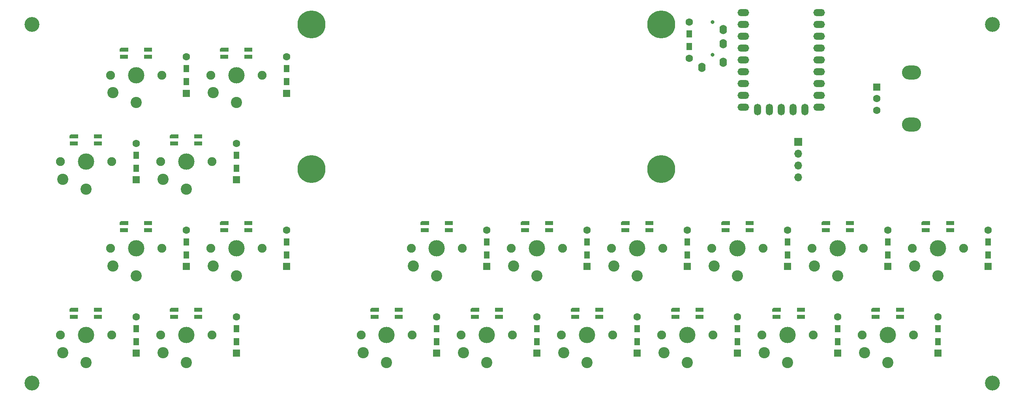
<source format=gbr>
%TF.GenerationSoftware,KiCad,Pcbnew,8.0.5*%
%TF.CreationDate,2024-11-29T19:22:44+02:00*%
%TF.ProjectId,harmi,6861726d-692e-46b6-9963-61645f706362,rev?*%
%TF.SameCoordinates,Original*%
%TF.FileFunction,Soldermask,Bot*%
%TF.FilePolarity,Negative*%
%FSLAX46Y46*%
G04 Gerber Fmt 4.6, Leading zero omitted, Abs format (unit mm)*
G04 Created by KiCad (PCBNEW 8.0.5) date 2024-11-29 19:22:44*
%MOMM*%
%LPD*%
G01*
G04 APERTURE LIST*
G04 Aperture macros list*
%AMRoundRect*
0 Rectangle with rounded corners*
0 $1 Rounding radius*
0 $2 $3 $4 $5 $6 $7 $8 $9 X,Y pos of 4 corners*
0 Add a 4 corners polygon primitive as box body*
4,1,4,$2,$3,$4,$5,$6,$7,$8,$9,$2,$3,0*
0 Add four circle primitives for the rounded corners*
1,1,$1+$1,$2,$3*
1,1,$1+$1,$4,$5*
1,1,$1+$1,$6,$7*
1,1,$1+$1,$8,$9*
0 Add four rect primitives between the rounded corners*
20,1,$1+$1,$2,$3,$4,$5,0*
20,1,$1+$1,$4,$5,$6,$7,0*
20,1,$1+$1,$6,$7,$8,$9,0*
20,1,$1+$1,$8,$9,$2,$3,0*%
%AMOutline5P*
0 Free polygon, 5 corners , with rotation*
0 The origin of the aperture is its center*
0 number of corners: always 5*
0 $1 to $10 corner X, Y*
0 $11 Rotation angle, in degrees counterclockwise*
0 create outline with 5 corners*
4,1,5,$1,$2,$3,$4,$5,$6,$7,$8,$9,$10,$1,$2,$11*%
%AMOutline6P*
0 Free polygon, 6 corners , with rotation*
0 The origin of the aperture is its center*
0 number of corners: always 6*
0 $1 to $12 corner X, Y*
0 $13 Rotation angle, in degrees counterclockwise*
0 create outline with 6 corners*
4,1,6,$1,$2,$3,$4,$5,$6,$7,$8,$9,$10,$11,$12,$1,$2,$13*%
%AMOutline7P*
0 Free polygon, 7 corners , with rotation*
0 The origin of the aperture is its center*
0 number of corners: always 7*
0 $1 to $14 corner X, Y*
0 $15 Rotation angle, in degrees counterclockwise*
0 create outline with 7 corners*
4,1,7,$1,$2,$3,$4,$5,$6,$7,$8,$9,$10,$11,$12,$13,$14,$1,$2,$15*%
%AMOutline8P*
0 Free polygon, 8 corners , with rotation*
0 The origin of the aperture is its center*
0 number of corners: always 8*
0 $1 to $16 corner X, Y*
0 $17 Rotation angle, in degrees counterclockwise*
0 create outline with 8 corners*
4,1,8,$1,$2,$3,$4,$5,$6,$7,$8,$9,$10,$11,$12,$13,$14,$15,$16,$1,$2,$17*%
G04 Aperture macros list end*
%ADD10C,6.000000*%
%ADD11R,1.200000X1.500000*%
%ADD12C,1.600000*%
%ADD13R,1.200000X1.600000*%
%ADD14R,1.600000X1.600000*%
%ADD15C,3.200000*%
%ADD16RoundRect,0.250000X-0.550000X-0.550000X0.550000X-0.550000X0.550000X0.550000X-0.550000X0.550000X0*%
%ADD17O,4.100000X3.000000*%
%ADD18R,1.800000X0.820000*%
%ADD19Outline5P,-0.900000X0.139400X-0.629400X0.410000X0.900000X0.410000X0.900000X-0.410000X-0.900000X-0.410000X0.000000*%
%ADD20O,1.600000X2.000000*%
%ADD21C,0.800000*%
%ADD22O,2.500000X1.500000*%
%ADD23O,1.500000X2.500000*%
%ADD24C,2.400000*%
%ADD25C,1.900000*%
%ADD26C,3.500000*%
%ADD27O,1.700000X1.700000*%
%ADD28R,1.700000X1.700000*%
G04 APERTURE END LIST*
D10*
%TO.C,REF\u002A\u002A*%
X105000000Y-73000000D03*
X105000000Y-104000000D03*
X180000000Y-73000000D03*
X180000000Y-104000000D03*
%TD*%
D11*
%TO.C,R1*%
X186000000Y-75000000D03*
X186000000Y-77700000D03*
D12*
X186000000Y-72450000D03*
X186000000Y-80250000D03*
%TD*%
D13*
%TO.C,D20*%
X239350000Y-138300000D03*
X239350000Y-141100000D03*
D12*
X239350000Y-135800000D03*
D14*
X239350000Y-143600000D03*
%TD*%
D13*
%TO.C,D19*%
X217850000Y-138300000D03*
X217850000Y-141100000D03*
D12*
X217850000Y-135800000D03*
D14*
X217850000Y-143600000D03*
%TD*%
D13*
%TO.C,D18*%
X196350000Y-138300000D03*
X196350000Y-141100000D03*
D12*
X196350000Y-135800000D03*
D14*
X196350000Y-143600000D03*
%TD*%
D13*
%TO.C,D17*%
X174850000Y-138300000D03*
X174850000Y-141100000D03*
D12*
X174850000Y-135800000D03*
D14*
X174850000Y-143600000D03*
%TD*%
D13*
%TO.C,D16*%
X153350000Y-138300000D03*
X153350000Y-141100000D03*
D12*
X153350000Y-135800000D03*
D14*
X153350000Y-143600000D03*
%TD*%
D13*
%TO.C,D15*%
X131850000Y-138300000D03*
X131850000Y-141100000D03*
D12*
X131850000Y-135800000D03*
D14*
X131850000Y-143600000D03*
%TD*%
D13*
%TO.C,D14*%
X250100000Y-119680452D03*
X250100000Y-122480452D03*
D12*
X250100000Y-117180452D03*
D14*
X250100000Y-124980452D03*
%TD*%
%TO.C,D13*%
X228600000Y-124980452D03*
D12*
X228600000Y-117180452D03*
D13*
X228600000Y-122480452D03*
X228600000Y-119680452D03*
%TD*%
%TO.C,D12*%
X207100000Y-119680452D03*
X207100000Y-122480452D03*
D12*
X207100000Y-117180452D03*
D14*
X207100000Y-124980452D03*
%TD*%
D13*
%TO.C,D11*%
X185600000Y-119680452D03*
X185600000Y-122480452D03*
D12*
X185600000Y-117180452D03*
D14*
X185600000Y-124980452D03*
%TD*%
D13*
%TO.C,D10*%
X164100000Y-119680452D03*
X164100000Y-122480452D03*
D12*
X164100000Y-117180452D03*
D14*
X164100000Y-124980452D03*
%TD*%
D13*
%TO.C,D9*%
X142600000Y-119680452D03*
X142600000Y-122480452D03*
D12*
X142600000Y-117180452D03*
D14*
X142600000Y-124980452D03*
%TD*%
D13*
%TO.C,D8*%
X88850000Y-138300000D03*
X88850000Y-141100000D03*
D12*
X88850000Y-135800000D03*
D14*
X88850000Y-143600000D03*
%TD*%
D13*
%TO.C,D7*%
X67350000Y-138300000D03*
X67350000Y-141100000D03*
D12*
X67350000Y-135800000D03*
D14*
X67350000Y-143600000D03*
%TD*%
D13*
%TO.C,D6*%
X99600000Y-119680452D03*
X99600000Y-122480452D03*
D12*
X99600000Y-117180452D03*
D14*
X99600000Y-124980452D03*
%TD*%
D13*
%TO.C,D5*%
X78100000Y-119680452D03*
X78100000Y-122480452D03*
D12*
X78100000Y-117180452D03*
D14*
X78100000Y-124980452D03*
%TD*%
D13*
%TO.C,D4*%
X88850000Y-101060904D03*
X88850000Y-103860904D03*
D12*
X88850000Y-98560904D03*
D14*
X88850000Y-106360904D03*
%TD*%
D13*
%TO.C,D3*%
X67350000Y-101060904D03*
X67350000Y-103860904D03*
D12*
X67350000Y-98560904D03*
D14*
X67350000Y-106360904D03*
%TD*%
D13*
%TO.C,D2*%
X99600000Y-82441356D03*
X99600000Y-85241356D03*
D12*
X99600000Y-79941356D03*
D14*
X99600000Y-87741356D03*
%TD*%
D13*
%TO.C,D1*%
X78100000Y-82441356D03*
X78100000Y-85241356D03*
D12*
X78100000Y-79941356D03*
D14*
X78100000Y-87741356D03*
%TD*%
D15*
%TO.C,REF\u002A\u002A*%
X251000000Y-73000000D03*
%TD*%
%TO.C,REF\u002A\u002A*%
X251000000Y-150000000D03*
%TD*%
%TO.C,REF\u002A\u002A*%
X45000000Y-150000000D03*
%TD*%
%TO.C,REF\u002A\u002A*%
X45000000Y-73000000D03*
%TD*%
D16*
%TO.C,S21*%
X226180000Y-86400000D03*
D12*
X226180000Y-91400000D03*
X226180000Y-88900000D03*
D17*
X233680000Y-83300000D03*
X233680000Y-94500000D03*
%TD*%
D18*
%TO.C,RGB20*%
X231200000Y-135750000D03*
X231200000Y-134250000D03*
D19*
X226000000Y-134250000D03*
D18*
X226000000Y-135750000D03*
%TD*%
%TO.C,RGB19*%
X209950000Y-135750000D03*
X209950000Y-134250000D03*
D19*
X204750000Y-134250000D03*
D18*
X204750000Y-135750000D03*
%TD*%
%TO.C,RGB18*%
X188200000Y-135750000D03*
X188200000Y-134250000D03*
D19*
X183000000Y-134250000D03*
D18*
X183000000Y-135750000D03*
%TD*%
%TO.C,RGB17*%
X166700000Y-135750000D03*
X166700000Y-134250000D03*
D19*
X161500000Y-134250000D03*
D18*
X161500000Y-135750000D03*
%TD*%
%TO.C,RGB16*%
X145200000Y-135750000D03*
X145200000Y-134250000D03*
D19*
X140000000Y-134250000D03*
D18*
X140000000Y-135750000D03*
%TD*%
%TO.C,RGB15*%
X123700000Y-135750000D03*
X123700000Y-134250000D03*
D19*
X118500000Y-134250000D03*
D18*
X118500000Y-135750000D03*
%TD*%
%TO.C,RGB14*%
X241950000Y-117130452D03*
X241950000Y-115630452D03*
D19*
X236750000Y-115630452D03*
D18*
X236750000Y-117130452D03*
%TD*%
%TO.C,RGB13*%
X220450000Y-117130452D03*
X220450000Y-115630452D03*
D19*
X215250000Y-115630452D03*
D18*
X215250000Y-117130452D03*
%TD*%
%TO.C,RGB12*%
X198950000Y-117130452D03*
X198950000Y-115630452D03*
D19*
X193750000Y-115630452D03*
D18*
X193750000Y-117130452D03*
%TD*%
%TO.C,RGB11*%
X177450000Y-117130452D03*
X177450000Y-115630452D03*
D19*
X172250000Y-115630452D03*
D18*
X172250000Y-117130452D03*
%TD*%
%TO.C,RGB10*%
X155950000Y-117130452D03*
X155950000Y-115630452D03*
D19*
X150750000Y-115630452D03*
D18*
X150750000Y-117130452D03*
%TD*%
%TO.C,RGB9*%
X134450000Y-117130452D03*
X134450000Y-115630452D03*
D19*
X129250000Y-115630452D03*
D18*
X129250000Y-117130452D03*
%TD*%
%TO.C,RGB8*%
X80700000Y-135750000D03*
X80700000Y-134250000D03*
D19*
X75500000Y-134250000D03*
D18*
X75500000Y-135750000D03*
%TD*%
%TO.C,RGB7*%
X59200000Y-135750000D03*
X59200000Y-134250000D03*
D19*
X54000000Y-134250000D03*
D18*
X54000000Y-135750000D03*
%TD*%
%TO.C,RGB6*%
X91450000Y-117130452D03*
X91450000Y-115630452D03*
D19*
X86250000Y-115630452D03*
D18*
X86250000Y-117130452D03*
%TD*%
%TO.C,RGB5*%
X69950000Y-117130452D03*
X69950000Y-115630452D03*
D19*
X64750000Y-115630452D03*
D18*
X64750000Y-117130452D03*
%TD*%
%TO.C,RGB4*%
X80700000Y-98510904D03*
X80700000Y-97010904D03*
D19*
X75500000Y-97010904D03*
D18*
X75500000Y-98510904D03*
%TD*%
%TO.C,RGB3*%
X59200000Y-98510904D03*
X59200000Y-97010904D03*
D19*
X54000000Y-97010904D03*
D18*
X54000000Y-98510904D03*
%TD*%
%TO.C,RGB2*%
X91450000Y-79891356D03*
X91450000Y-78391356D03*
D19*
X86250000Y-78391356D03*
D18*
X86250000Y-79891356D03*
%TD*%
%TO.C,RGB1*%
X64750000Y-79891356D03*
D19*
X64750000Y-78391356D03*
D18*
X69950000Y-78391356D03*
X69950000Y-79891356D03*
%TD*%
D20*
%TO.C,J2*%
X188700000Y-82187500D03*
X193300000Y-81087500D03*
X193300000Y-74087500D03*
D21*
X191000000Y-79487500D03*
X191000000Y-72487500D03*
D20*
X193300000Y-77087500D03*
%TD*%
D22*
%TO.C,U1*%
X197620000Y-70460000D03*
X197620000Y-73000000D03*
X197620000Y-75540000D03*
X197620000Y-78080000D03*
X197620000Y-80620000D03*
X197620000Y-83160000D03*
X197620000Y-85700000D03*
X197620000Y-88240000D03*
X197620000Y-90780000D03*
D23*
X200660000Y-91280000D03*
X203200000Y-91280000D03*
X205740000Y-91280000D03*
X208280000Y-91280000D03*
X210820000Y-91280000D03*
D22*
X213860000Y-90780000D03*
X213860000Y-88240000D03*
X213860000Y-85700000D03*
X213860000Y-83160000D03*
X213860000Y-80620000D03*
X213860000Y-78080000D03*
X213860000Y-75540000D03*
X213860000Y-73000000D03*
X213860000Y-70460000D03*
%TD*%
D24*
%TO.C,S20*%
X228600000Y-145600000D03*
X223600000Y-143500000D03*
D25*
X234100000Y-139700000D03*
D26*
X228600000Y-139700000D03*
D25*
X223100000Y-139700000D03*
%TD*%
%TO.C,S19*%
X201600000Y-139700000D03*
D26*
X207100000Y-139700000D03*
D25*
X212600000Y-139700000D03*
D24*
X202100000Y-143500000D03*
X207100000Y-145600000D03*
%TD*%
D25*
%TO.C,S18*%
X180100000Y-139700000D03*
D26*
X185600000Y-139700000D03*
D25*
X191100000Y-139700000D03*
D24*
X180600000Y-143500000D03*
X185600000Y-145600000D03*
%TD*%
D25*
%TO.C,S17*%
X158600000Y-139700000D03*
D26*
X164100000Y-139700000D03*
D25*
X169600000Y-139700000D03*
D24*
X159100000Y-143500000D03*
X164100000Y-145600000D03*
%TD*%
D25*
%TO.C,S16*%
X137100000Y-139700000D03*
D26*
X142600000Y-139700000D03*
D25*
X148100000Y-139700000D03*
D24*
X137600000Y-143500000D03*
X142600000Y-145600000D03*
%TD*%
D25*
%TO.C,S15*%
X115600000Y-139700000D03*
D26*
X121100000Y-139700000D03*
D25*
X126600000Y-139700000D03*
D24*
X116100000Y-143500000D03*
X121100000Y-145600000D03*
%TD*%
D25*
%TO.C,S14*%
X233850000Y-121080452D03*
D26*
X239350000Y-121080452D03*
D25*
X244850000Y-121080452D03*
D24*
X234350000Y-124880452D03*
X239350000Y-126980452D03*
%TD*%
D25*
%TO.C,S13*%
X212350000Y-121080452D03*
D26*
X217850000Y-121080452D03*
D25*
X223350000Y-121080452D03*
D24*
X212850000Y-124880452D03*
X217850000Y-126980452D03*
%TD*%
D25*
%TO.C,S12*%
X190850000Y-121080452D03*
D26*
X196350000Y-121080452D03*
D25*
X201850000Y-121080452D03*
D24*
X191350000Y-124880452D03*
X196350000Y-126980452D03*
%TD*%
D25*
%TO.C,S11*%
X169350000Y-121080452D03*
D26*
X174850000Y-121080452D03*
D25*
X180350000Y-121080452D03*
D24*
X169850000Y-124880452D03*
X174850000Y-126980452D03*
%TD*%
D25*
%TO.C,S10*%
X147850000Y-121080452D03*
D26*
X153350000Y-121080452D03*
D25*
X158850000Y-121080452D03*
D24*
X148350000Y-124880452D03*
X153350000Y-126980452D03*
%TD*%
D25*
%TO.C,S9*%
X126350000Y-121080452D03*
D26*
X131850000Y-121080452D03*
D25*
X137350000Y-121080452D03*
D24*
X126850000Y-124880452D03*
X131850000Y-126980452D03*
%TD*%
D25*
%TO.C,S8*%
X72600000Y-139700000D03*
D26*
X78100000Y-139700000D03*
D25*
X83600000Y-139700000D03*
D24*
X73100000Y-143500000D03*
X78100000Y-145600000D03*
%TD*%
D25*
%TO.C,S7*%
X51100000Y-139700000D03*
D26*
X56600000Y-139700000D03*
D25*
X62100000Y-139700000D03*
D24*
X51600000Y-143500000D03*
X56600000Y-145600000D03*
%TD*%
D25*
%TO.C,S6*%
X83350000Y-121080452D03*
D26*
X88850000Y-121080452D03*
D25*
X94350000Y-121080452D03*
D24*
X83850000Y-124880452D03*
X88850000Y-126980452D03*
%TD*%
D25*
%TO.C,S5*%
X61850000Y-121080452D03*
D26*
X67350000Y-121080452D03*
D25*
X72850000Y-121080452D03*
D24*
X62350000Y-124880452D03*
X67350000Y-126980452D03*
%TD*%
D25*
%TO.C,S4*%
X72600000Y-102460904D03*
D26*
X78100000Y-102460904D03*
D25*
X83600000Y-102460904D03*
D24*
X73100000Y-106260904D03*
X78100000Y-108360904D03*
%TD*%
D25*
%TO.C,S3*%
X51100000Y-102460904D03*
D26*
X56600000Y-102460904D03*
D25*
X62100000Y-102460904D03*
D24*
X51600000Y-106260904D03*
X56600000Y-108360904D03*
%TD*%
D25*
%TO.C,S2*%
X83350000Y-83841356D03*
D26*
X88850000Y-83841356D03*
D25*
X94350000Y-83841356D03*
D24*
X83850000Y-87641356D03*
X88850000Y-89741356D03*
%TD*%
D25*
%TO.C,S1*%
X61850000Y-83841356D03*
D26*
X67350000Y-83841356D03*
D25*
X72850000Y-83841356D03*
D24*
X62350000Y-87641356D03*
X67350000Y-89741356D03*
%TD*%
D27*
%TO.C,J1*%
X209375000Y-105820000D03*
X209375000Y-103280000D03*
X209375000Y-100740000D03*
D28*
X209375000Y-98200000D03*
%TD*%
M02*

</source>
